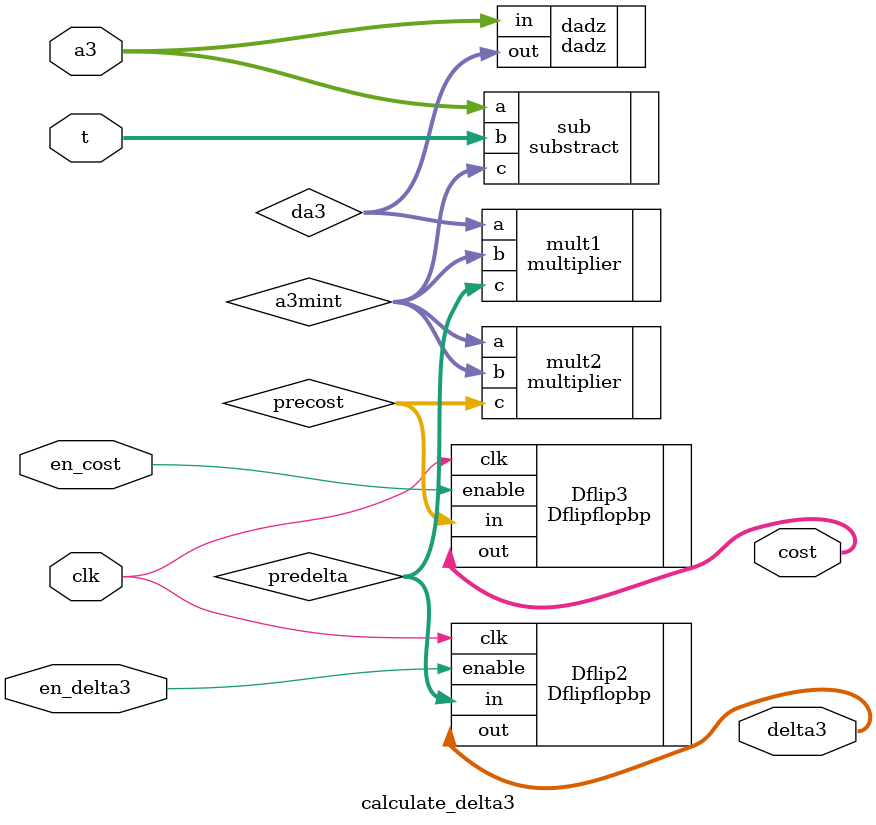
<source format=v>

module calculate_delta3 (clk,a3,t,en_delta3,en_cost,delta3,cost);

parameter DWIDTH=16;							
parameter AWIDTH=10;								
parameter IWIDTH=64;
parameter HiddenNeuron=16;
parameter x=4;
parameter Layer=3;

input clk;
input signed [DWIDTH-1:0] a3;
input [DWIDTH-1:0] t;
output signed [DWIDTH-1:0] delta3;
output signed [DWIDTH-1:0] cost;
input en_delta3,en_cost;

wire signed [DWIDTH-1:0] a3mint,da3,predelta,precost;

/*Dflipflopbp Dflip1(.clk(clk),.in(BRAM_out),.enable(en_t),.out(t));*/
substract sub(.a(a3),.b(t),.c(a3mint));
dadz dadz(.in(a3),.out(da3));
multiplier mult1(.a(da3),.b(a3mint),.c(predelta));
Dflipflopbp Dflip2(.clk(clk),.in(predelta),.enable(en_delta3),.out(delta3));
multiplier mult2(.a(a3mint),.b(a3mint),.c(precost));
Dflipflopbp Dflip3(.clk(clk),.in(precost),.enable(en_cost),.out(cost));


endmodule


</source>
